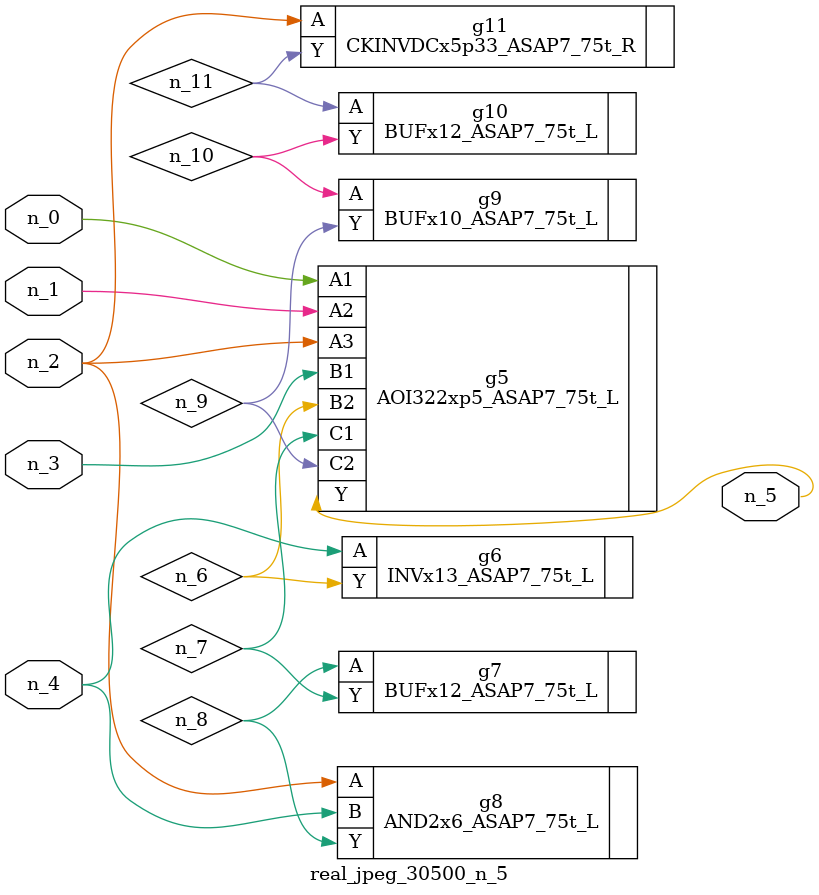
<source format=v>
module real_jpeg_30500_n_5 (n_4, n_0, n_1, n_2, n_3, n_5);

input n_4;
input n_0;
input n_1;
input n_2;
input n_3;

output n_5;

wire n_8;
wire n_11;
wire n_6;
wire n_7;
wire n_10;
wire n_9;

AOI322xp5_ASAP7_75t_L g5 ( 
.A1(n_0),
.A2(n_1),
.A3(n_2),
.B1(n_3),
.B2(n_6),
.C1(n_7),
.C2(n_9),
.Y(n_5)
);

AND2x6_ASAP7_75t_L g8 ( 
.A(n_2),
.B(n_4),
.Y(n_8)
);

CKINVDCx5p33_ASAP7_75t_R g11 ( 
.A(n_2),
.Y(n_11)
);

INVx13_ASAP7_75t_L g6 ( 
.A(n_4),
.Y(n_6)
);

BUFx12_ASAP7_75t_L g7 ( 
.A(n_8),
.Y(n_7)
);

BUFx10_ASAP7_75t_L g9 ( 
.A(n_10),
.Y(n_9)
);

BUFx12_ASAP7_75t_L g10 ( 
.A(n_11),
.Y(n_10)
);


endmodule
</source>
